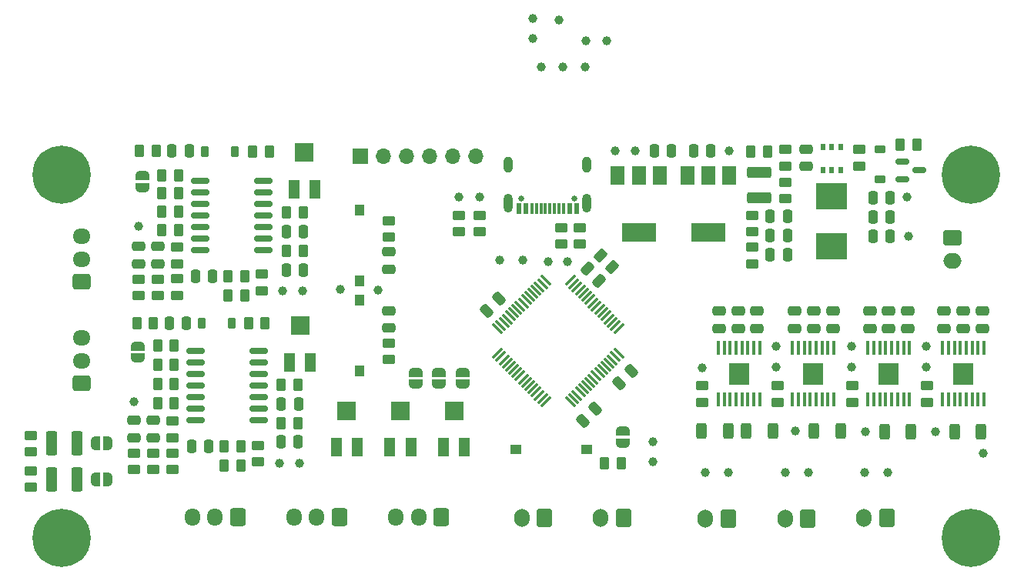
<source format=gbr>
%TF.GenerationSoftware,KiCad,Pcbnew,7.0.7*%
%TF.CreationDate,2024-03-16T18:53:27+01:00*%
%TF.ProjectId,OpenHand,4f70656e-4861-46e6-942e-6b696361645f,rev?*%
%TF.SameCoordinates,Original*%
%TF.FileFunction,Soldermask,Top*%
%TF.FilePolarity,Negative*%
%FSLAX46Y46*%
G04 Gerber Fmt 4.6, Leading zero omitted, Abs format (unit mm)*
G04 Created by KiCad (PCBNEW 7.0.7) date 2024-03-16 18:53:27*
%MOMM*%
%LPD*%
G01*
G04 APERTURE LIST*
G04 Aperture macros list*
%AMRoundRect*
0 Rectangle with rounded corners*
0 $1 Rounding radius*
0 $2 $3 $4 $5 $6 $7 $8 $9 X,Y pos of 4 corners*
0 Add a 4 corners polygon primitive as box body*
4,1,4,$2,$3,$4,$5,$6,$7,$8,$9,$2,$3,0*
0 Add four circle primitives for the rounded corners*
1,1,$1+$1,$2,$3*
1,1,$1+$1,$4,$5*
1,1,$1+$1,$6,$7*
1,1,$1+$1,$8,$9*
0 Add four rect primitives between the rounded corners*
20,1,$1+$1,$2,$3,$4,$5,0*
20,1,$1+$1,$4,$5,$6,$7,0*
20,1,$1+$1,$6,$7,$8,$9,0*
20,1,$1+$1,$8,$9,$2,$3,0*%
%AMFreePoly0*
4,1,19,0.500000,-0.750000,0.000000,-0.750000,0.000000,-0.744911,-0.071157,-0.744911,-0.207708,-0.704816,-0.327430,-0.627875,-0.420627,-0.520320,-0.479746,-0.390866,-0.500000,-0.250000,-0.500000,0.250000,-0.479746,0.390866,-0.420627,0.520320,-0.327430,0.627875,-0.207708,0.704816,-0.071157,0.744911,0.000000,0.744911,0.000000,0.750000,0.500000,0.750000,0.500000,-0.750000,0.500000,-0.750000,
$1*%
%AMFreePoly1*
4,1,19,0.000000,0.744911,0.071157,0.744911,0.207708,0.704816,0.327430,0.627875,0.420627,0.520320,0.479746,0.390866,0.500000,0.250000,0.500000,-0.250000,0.479746,-0.390866,0.420627,-0.520320,0.327430,-0.627875,0.207708,-0.704816,0.071157,-0.744911,0.000000,-0.744911,0.000000,-0.750000,-0.500000,-0.750000,-0.500000,0.750000,0.000000,0.750000,0.000000,0.744911,0.000000,0.744911,
$1*%
G04 Aperture macros list end*
%ADD10RoundRect,0.250000X0.450000X-0.262500X0.450000X0.262500X-0.450000X0.262500X-0.450000X-0.262500X0*%
%ADD11RoundRect,0.250000X-0.262500X-0.450000X0.262500X-0.450000X0.262500X0.450000X-0.262500X0.450000X0*%
%ADD12RoundRect,0.250000X0.600000X0.750000X-0.600000X0.750000X-0.600000X-0.750000X0.600000X-0.750000X0*%
%ADD13O,1.700000X2.000000*%
%ADD14RoundRect,0.250000X0.312500X0.625000X-0.312500X0.625000X-0.312500X-0.625000X0.312500X-0.625000X0*%
%ADD15C,0.800000*%
%ADD16C,6.400000*%
%ADD17C,1.000000*%
%ADD18R,1.500000X2.000000*%
%ADD19R,3.800000X2.000000*%
%ADD20RoundRect,0.250000X0.262500X0.450000X-0.262500X0.450000X-0.262500X-0.450000X0.262500X-0.450000X0*%
%ADD21RoundRect,0.225000X0.375000X-0.225000X0.375000X0.225000X-0.375000X0.225000X-0.375000X-0.225000X0*%
%ADD22RoundRect,0.250000X0.725000X-0.600000X0.725000X0.600000X-0.725000X0.600000X-0.725000X-0.600000X0*%
%ADD23O,1.950000X1.700000*%
%ADD24RoundRect,0.250000X0.600000X0.725000X-0.600000X0.725000X-0.600000X-0.725000X0.600000X-0.725000X0*%
%ADD25O,1.700000X1.950000*%
%ADD26FreePoly0,270.000000*%
%ADD27FreePoly1,270.000000*%
%ADD28RoundRect,0.250000X0.250000X0.475000X-0.250000X0.475000X-0.250000X-0.475000X0.250000X-0.475000X0*%
%ADD29RoundRect,0.250000X0.475000X-0.250000X0.475000X0.250000X-0.475000X0.250000X-0.475000X-0.250000X0*%
%ADD30RoundRect,0.250000X-0.450000X0.262500X-0.450000X-0.262500X0.450000X-0.262500X0.450000X0.262500X0*%
%ADD31R,0.549999X0.800001*%
%ADD32C,0.650000*%
%ADD33R,0.600000X1.240000*%
%ADD34R,0.300000X1.240000*%
%ADD35O,1.000000X2.100000*%
%ADD36O,1.000000X1.800000*%
%ADD37RoundRect,0.250000X-0.250000X-0.475000X0.250000X-0.475000X0.250000X0.475000X-0.250000X0.475000X0*%
%ADD38R,1.000000X1.250000*%
%ADD39RoundRect,0.250000X-0.475000X0.250000X-0.475000X-0.250000X0.475000X-0.250000X0.475000X0.250000X0*%
%ADD40RoundRect,0.225000X-0.225000X-0.375000X0.225000X-0.375000X0.225000X0.375000X-0.225000X0.375000X0*%
%ADD41R,2.310000X2.460000*%
%ADD42RoundRect,0.100000X0.100000X-0.687500X0.100000X0.687500X-0.100000X0.687500X-0.100000X-0.687500X0*%
%ADD43R,1.300000X2.000000*%
%ADD44R,2.000000X2.000000*%
%ADD45FreePoly0,0.000000*%
%ADD46FreePoly1,0.000000*%
%ADD47RoundRect,0.250000X-0.503814X-0.132583X-0.132583X-0.503814X0.503814X0.132583X0.132583X0.503814X0*%
%ADD48RoundRect,0.250000X-0.750000X0.600000X-0.750000X-0.600000X0.750000X-0.600000X0.750000X0.600000X0*%
%ADD49O,2.000000X1.700000*%
%ADD50FreePoly0,90.000000*%
%ADD51FreePoly1,90.000000*%
%ADD52R,3.500000X2.950000*%
%ADD53RoundRect,0.250000X-0.375000X-1.075000X0.375000X-1.075000X0.375000X1.075000X-0.375000X1.075000X0*%
%ADD54RoundRect,0.150000X-0.587500X-0.150000X0.587500X-0.150000X0.587500X0.150000X-0.587500X0.150000X0*%
%ADD55RoundRect,0.250000X-0.159099X0.512652X-0.512652X0.159099X0.159099X-0.512652X0.512652X-0.159099X0*%
%ADD56RoundRect,0.250000X-0.312500X-0.625000X0.312500X-0.625000X0.312500X0.625000X-0.312500X0.625000X0*%
%ADD57RoundRect,0.250000X-1.075000X0.375000X-1.075000X-0.375000X1.075000X-0.375000X1.075000X0.375000X0*%
%ADD58RoundRect,0.250000X0.159099X-0.512652X0.512652X-0.159099X-0.159099X0.512652X-0.512652X0.159099X0*%
%ADD59RoundRect,0.150000X-0.837500X-0.150000X0.837500X-0.150000X0.837500X0.150000X-0.837500X0.150000X0*%
%ADD60R,1.250000X1.000000*%
%ADD61RoundRect,0.250000X-0.512652X-0.159099X-0.159099X-0.512652X0.512652X0.159099X0.159099X0.512652X0*%
%ADD62RoundRect,0.075000X-0.441942X-0.548008X0.548008X0.441942X0.441942X0.548008X-0.548008X-0.441942X0*%
%ADD63RoundRect,0.075000X0.441942X-0.548008X0.548008X-0.441942X-0.441942X0.548008X-0.548008X0.441942X0*%
%ADD64R,1.700000X1.700000*%
%ADD65O,1.700000X1.700000*%
G04 APERTURE END LIST*
D10*
%TO.C,R21*%
X184650000Y-104062500D03*
X184650000Y-102237500D03*
%TD*%
D11*
%TO.C,R29*%
X123337500Y-118290000D03*
X125162500Y-118290000D03*
%TD*%
D12*
%TO.C,J2*%
X187100000Y-142850000D03*
D13*
X184600000Y-142850000D03*
%TD*%
D10*
%TO.C,R56*%
X200200000Y-130075000D03*
X200200000Y-128250000D03*
%TD*%
D14*
%TO.C,R59*%
X206162500Y-133312500D03*
X203237500Y-133312500D03*
%TD*%
D15*
%TO.C,H4*%
X202600000Y-145000000D03*
X203302944Y-143302944D03*
X203302944Y-146697056D03*
X205000000Y-142600000D03*
D16*
X205000000Y-145000000D03*
D15*
X205000000Y-147400000D03*
X206697056Y-143302944D03*
X206697056Y-146697056D03*
X207400000Y-145000000D03*
%TD*%
D17*
%TO.C,TP45*%
X175500000Y-126262500D03*
%TD*%
D11*
%TO.C,R31*%
X122912500Y-137040000D03*
X124737500Y-137040000D03*
%TD*%
D17*
%TO.C,TP27*%
X131237500Y-136785000D03*
%TD*%
D18*
%TO.C,U4*%
X178450000Y-105100000D03*
X176150000Y-105100000D03*
D19*
X176150000Y-111400000D03*
D18*
X173850000Y-105100000D03*
%TD*%
D20*
%TO.C,R35*%
X117425000Y-123840000D03*
X115600000Y-123840000D03*
%TD*%
D21*
%TO.C,D3*%
X195050000Y-105487500D03*
X195050000Y-102187500D03*
%TD*%
D17*
%TO.C,TP6*%
X170075000Y-136575000D03*
%TD*%
%TO.C,TP33*%
X191900000Y-126162500D03*
%TD*%
D22*
%TO.C,J12*%
X107282500Y-128000000D03*
D23*
X107282500Y-125500000D03*
X107282500Y-123000000D03*
%TD*%
D24*
%TO.C,J9*%
X135600000Y-142700000D03*
D25*
X133100000Y-142700000D03*
X130600000Y-142700000D03*
%TD*%
D26*
%TO.C,JP16*%
X113412500Y-123865000D03*
D27*
X113412500Y-125165000D03*
%TD*%
D28*
%TO.C,C12*%
X184850000Y-109627500D03*
X182950000Y-109627500D03*
%TD*%
D17*
%TO.C,TP3*%
X158525000Y-114625000D03*
%TD*%
D29*
%TO.C,C33*%
X196000000Y-121912500D03*
X196000000Y-120012500D03*
%TD*%
D17*
%TO.C,TP17*%
X148750000Y-107500000D03*
%TD*%
D30*
%TO.C,R23*%
X117750000Y-112977500D03*
X117750000Y-114802500D03*
%TD*%
D31*
%TO.C,U2*%
X188800000Y-104512501D03*
X189750001Y-104512501D03*
X190699999Y-104512501D03*
X190699999Y-101962501D03*
X189750001Y-101962501D03*
X188800000Y-101962501D03*
%TD*%
D17*
%TO.C,TP48*%
X183600000Y-126162500D03*
%TD*%
D28*
%TO.C,C26*%
X119087500Y-102427500D03*
X117187500Y-102427500D03*
%TD*%
D32*
%TO.C,J5*%
X161390000Y-107605000D03*
X155610000Y-107605000D03*
D33*
X161700000Y-108725000D03*
X160900000Y-108725000D03*
D34*
X159750000Y-108725000D03*
X158750000Y-108725000D03*
X158250000Y-108725000D03*
X157250000Y-108725000D03*
D33*
X156100000Y-108725000D03*
X155300000Y-108725000D03*
X155300000Y-108725000D03*
X156100000Y-108725000D03*
D34*
X156750000Y-108725000D03*
X157750000Y-108725000D03*
X159250000Y-108725000D03*
X160250000Y-108725000D03*
D33*
X160900000Y-108725000D03*
X161700000Y-108725000D03*
D35*
X162820000Y-108125000D03*
D36*
X162820000Y-103925000D03*
D35*
X154180000Y-108125000D03*
D36*
X154180000Y-103925000D03*
%TD*%
D22*
%TO.C,J8*%
X107282500Y-116800000D03*
D23*
X107282500Y-114300000D03*
X107282500Y-111800000D03*
%TD*%
D28*
%TO.C,C23*%
X131062500Y-134440000D03*
X129162500Y-134440000D03*
%TD*%
D29*
%TO.C,C39*%
X179425000Y-121912500D03*
X179425000Y-120012500D03*
%TD*%
D37*
%TO.C,C7*%
X194250000Y-109647500D03*
X196150000Y-109647500D03*
%TD*%
D10*
%TO.C,R53*%
X192000000Y-130075000D03*
X192000000Y-128250000D03*
%TD*%
D28*
%TO.C,C13*%
X184850000Y-113827500D03*
X182950000Y-113827500D03*
%TD*%
D20*
%TO.C,R32*%
X117912500Y-105090000D03*
X116087500Y-105090000D03*
%TD*%
D17*
%TO.C,TP22*%
X168150000Y-102400000D03*
%TD*%
%TO.C,TP2*%
X160650000Y-114625000D03*
%TD*%
D15*
%TO.C,H1*%
X102600000Y-105000000D03*
X103302944Y-103302944D03*
X103302944Y-106697056D03*
X105000000Y-102600000D03*
D16*
X105000000Y-105000000D03*
D15*
X105000000Y-107400000D03*
X106697056Y-103302944D03*
X106697056Y-106697056D03*
X107400000Y-105000000D03*
%TD*%
D17*
%TO.C,TP26*%
X131550000Y-117790000D03*
%TD*%
D28*
%TO.C,C16*%
X121650000Y-116190000D03*
X119750000Y-116190000D03*
%TD*%
D38*
%TO.C,SW1*%
X137800000Y-118825000D03*
X137800000Y-126575000D03*
%TD*%
D17*
%TO.C,TP31*%
X191900000Y-123862500D03*
%TD*%
D39*
%TO.C,C28*%
X185675000Y-120012500D03*
X185675000Y-121912500D03*
%TD*%
D20*
%TO.C,R48*%
X115450000Y-102427500D03*
X113625000Y-102427500D03*
%TD*%
%TO.C,R27*%
X117425000Y-128040000D03*
X115600000Y-128040000D03*
%TD*%
D17*
%TO.C,TP12*%
X162600000Y-93150000D03*
%TD*%
D11*
%TO.C,R24*%
X115587500Y-130140000D03*
X117412500Y-130140000D03*
%TD*%
D17*
%TO.C,TP40*%
X175850000Y-137750000D03*
%TD*%
D40*
%TO.C,D6*%
X120462500Y-121365000D03*
X123762500Y-121365000D03*
%TD*%
D11*
%TO.C,R50*%
X129212500Y-132340000D03*
X131037500Y-132340000D03*
%TD*%
D30*
%TO.C,R39*%
X115112500Y-135640000D03*
X115112500Y-137465000D03*
%TD*%
%TO.C,R9*%
X101650000Y-133687500D03*
X101650000Y-135512500D03*
%TD*%
D41*
%TO.C,U9*%
X204200000Y-126912500D03*
D42*
X201925000Y-129775000D03*
X202575000Y-129775000D03*
X203225000Y-129775000D03*
X203875000Y-129775000D03*
X204525000Y-129775000D03*
X205175000Y-129775000D03*
X205825000Y-129775000D03*
X206475000Y-129775000D03*
X206475000Y-124050000D03*
X205825000Y-124050000D03*
X205175000Y-124050000D03*
X204525000Y-124050000D03*
X203875000Y-124050000D03*
X203225000Y-124050000D03*
X202575000Y-124050000D03*
X201925000Y-124050000D03*
%TD*%
D17*
%TO.C,TP28*%
X129350000Y-117790000D03*
%TD*%
D43*
%TO.C,RV4*%
X132900000Y-106590000D03*
D44*
X131750000Y-102590000D03*
D43*
X130600000Y-106590000D03*
%TD*%
D14*
%TO.C,R60*%
X183262500Y-133212500D03*
X180337500Y-133212500D03*
%TD*%
D20*
%TO.C,R26*%
X117900000Y-109090000D03*
X116075000Y-109090000D03*
%TD*%
D28*
%TO.C,C22*%
X131637500Y-115490000D03*
X129737500Y-115490000D03*
%TD*%
D30*
%TO.C,R6*%
X148750000Y-109500000D03*
X148750000Y-111325000D03*
%TD*%
D17*
%TO.C,TP13*%
X155725000Y-114425000D03*
%TD*%
%TO.C,TP30*%
X183600000Y-123862500D03*
%TD*%
%TO.C,TP34*%
X193400000Y-133312500D03*
%TD*%
D29*
%TO.C,C30*%
X189875000Y-121912500D03*
X189875000Y-120012500D03*
%TD*%
D41*
%TO.C,U7*%
X187700000Y-126912500D03*
D42*
X185425000Y-129775000D03*
X186075000Y-129775000D03*
X186725000Y-129775000D03*
X187375000Y-129775000D03*
X188025000Y-129775000D03*
X188675000Y-129775000D03*
X189325000Y-129775000D03*
X189975000Y-129775000D03*
X189975000Y-124050000D03*
X189325000Y-124050000D03*
X188675000Y-124050000D03*
X188025000Y-124050000D03*
X187375000Y-124050000D03*
X186725000Y-124050000D03*
X186075000Y-124050000D03*
X185425000Y-124050000D03*
%TD*%
D12*
%TO.C,J1*%
X178350000Y-142850000D03*
D13*
X175850000Y-142850000D03*
%TD*%
D17*
%TO.C,TP44*%
X200100000Y-123862500D03*
%TD*%
%TO.C,TP25*%
X113037500Y-129985000D03*
%TD*%
D45*
%TO.C,JP2*%
X108800000Y-134600000D03*
D46*
X110100000Y-134600000D03*
%TD*%
D17*
%TO.C,TP1*%
X135700000Y-117650000D03*
%TD*%
%TO.C,TP8*%
X170075000Y-134425000D03*
%TD*%
D39*
%TO.C,C2*%
X141050000Y-113525000D03*
X141050000Y-115425000D03*
%TD*%
D17*
%TO.C,TP19*%
X198150000Y-111750000D03*
%TD*%
D47*
%TO.C,R4*%
X164329765Y-113879765D03*
X165620235Y-115170235D03*
%TD*%
D11*
%TO.C,R22*%
X116087500Y-111090000D03*
X117912500Y-111090000D03*
%TD*%
D28*
%TO.C,C11*%
X184850000Y-111737500D03*
X182950000Y-111737500D03*
%TD*%
D17*
%TO.C,TP15*%
X164975000Y-90300000D03*
%TD*%
D30*
%TO.C,R46*%
X127050000Y-115965000D03*
X127050000Y-117790000D03*
%TD*%
D11*
%TO.C,R45*%
X129212500Y-128140000D03*
X131037500Y-128140000D03*
%TD*%
D43*
%TO.C,RV2*%
X143450000Y-135000000D03*
D44*
X142300000Y-131000000D03*
D43*
X141150000Y-135000000D03*
%TD*%
D26*
%TO.C,JP15*%
X113950000Y-105127500D03*
D27*
X113950000Y-106427500D03*
%TD*%
D28*
%TO.C,C25*%
X131112500Y-130240000D03*
X129212500Y-130240000D03*
%TD*%
D37*
%TO.C,C8*%
X194250000Y-111757500D03*
X196150000Y-111757500D03*
%TD*%
D28*
%TO.C,C27*%
X118762500Y-121365000D03*
X116862500Y-121365000D03*
%TD*%
D39*
%TO.C,C35*%
X177325000Y-120012500D03*
X177325000Y-121912500D03*
%TD*%
%TO.C,C29*%
X193900000Y-120012500D03*
X193900000Y-121912500D03*
%TD*%
D48*
%TO.C,J3*%
X202967500Y-112000000D03*
D49*
X202967500Y-114500000D03*
%TD*%
D45*
%TO.C,JP4*%
X108800000Y-138512500D03*
D46*
X110100000Y-138512500D03*
%TD*%
D40*
%TO.C,D5*%
X120750000Y-102490000D03*
X124050000Y-102490000D03*
%TD*%
D14*
%TO.C,R54*%
X190712500Y-133225000D03*
X187787500Y-133225000D03*
%TD*%
D50*
%TO.C,JP1*%
X149150000Y-128050000D03*
D51*
X149150000Y-126750000D03*
%TD*%
D17*
%TO.C,TP11*%
X160200000Y-93150000D03*
%TD*%
D29*
%TO.C,C38*%
X204200000Y-121912500D03*
X204200000Y-120012500D03*
%TD*%
D17*
%TO.C,TP10*%
X157800000Y-93150000D03*
%TD*%
D37*
%TO.C,C9*%
X194250000Y-107537500D03*
X196150000Y-107537500D03*
%TD*%
D28*
%TO.C,C17*%
X121212500Y-134940000D03*
X119312500Y-134940000D03*
%TD*%
D30*
%TO.C,R36*%
X113012500Y-135640000D03*
X113012500Y-137465000D03*
%TD*%
D10*
%TO.C,R18*%
X184650000Y-107662500D03*
X184650000Y-105837500D03*
%TD*%
D17*
%TO.C,TP29*%
X129037500Y-136785000D03*
%TD*%
D29*
%TO.C,C19*%
X115650000Y-114802500D03*
X115650000Y-112902500D03*
%TD*%
D17*
%TO.C,TP32*%
X185700000Y-133212500D03*
%TD*%
D24*
%TO.C,J13*%
X146800000Y-142700000D03*
D25*
X144300000Y-142700000D03*
X141800000Y-142700000D03*
%TD*%
D39*
%TO.C,C18*%
X113550000Y-112902500D03*
X113550000Y-114802500D03*
%TD*%
D17*
%TO.C,TP14*%
X153175000Y-114425000D03*
%TD*%
D38*
%TO.C,SW2*%
X137800000Y-116700000D03*
X137800000Y-108950000D03*
%TD*%
D11*
%TO.C,R42*%
X125600000Y-121365000D03*
X127425000Y-121365000D03*
%TD*%
D41*
%TO.C,U10*%
X179525000Y-126912500D03*
D42*
X177250000Y-129775000D03*
X177900000Y-129775000D03*
X178550000Y-129775000D03*
X179200000Y-129775000D03*
X179850000Y-129775000D03*
X180500000Y-129775000D03*
X181150000Y-129775000D03*
X181800000Y-129775000D03*
X181800000Y-124050000D03*
X181150000Y-124050000D03*
X180500000Y-124050000D03*
X179850000Y-124050000D03*
X179200000Y-124050000D03*
X178550000Y-124050000D03*
X177900000Y-124050000D03*
X177250000Y-124050000D03*
%TD*%
D10*
%TO.C,R57*%
X175525000Y-130075000D03*
X175525000Y-128250000D03*
%TD*%
D29*
%TO.C,C21*%
X115112500Y-133940000D03*
X115112500Y-132040000D03*
%TD*%
%TO.C,C32*%
X187775000Y-121912500D03*
X187775000Y-120012500D03*
%TD*%
D20*
%TO.C,R19*%
X199075000Y-101750000D03*
X197250000Y-101750000D03*
%TD*%
D11*
%TO.C,R49*%
X129762500Y-113390000D03*
X131587500Y-113390000D03*
%TD*%
D10*
%TO.C,R1*%
X141050000Y-125362500D03*
X141050000Y-123537500D03*
%TD*%
D20*
%TO.C,R8*%
X166562500Y-136800000D03*
X164737500Y-136800000D03*
%TD*%
D28*
%TO.C,C15*%
X176450000Y-102400000D03*
X174550000Y-102400000D03*
%TD*%
D10*
%TO.C,R52*%
X183775000Y-130075000D03*
X183775000Y-128250000D03*
%TD*%
D52*
%TO.C,L1*%
X189750000Y-107412500D03*
X189750000Y-112862500D03*
%TD*%
D53*
%TO.C,D2*%
X103950000Y-138512500D03*
X106750000Y-138512500D03*
%TD*%
D17*
%TO.C,TP47*%
X206350000Y-135637500D03*
%TD*%
%TO.C,TP18*%
X159750000Y-87975000D03*
%TD*%
D54*
%TO.C,Q1*%
X197500000Y-103600000D03*
X197500000Y-105500000D03*
X199375000Y-104550000D03*
%TD*%
D17*
%TO.C,TP9*%
X156875000Y-90012500D03*
%TD*%
%TO.C,TP4*%
X139850000Y-117700000D03*
%TD*%
D20*
%TO.C,R40*%
X125162500Y-116190000D03*
X123337500Y-116190000D03*
%TD*%
D29*
%TO.C,C36*%
X206300000Y-121912500D03*
X206300000Y-120012500D03*
%TD*%
D30*
%TO.C,R38*%
X115650000Y-116502500D03*
X115650000Y-118327500D03*
%TD*%
D17*
%TO.C,TP41*%
X184650000Y-137750000D03*
%TD*%
D55*
%TO.C,C4*%
X167671751Y-126578249D03*
X166328249Y-127921751D03*
%TD*%
D30*
%TO.C,R3*%
X160000000Y-110837500D03*
X160000000Y-112662500D03*
%TD*%
D18*
%TO.C,U3*%
X170800000Y-105100000D03*
X168500000Y-105100000D03*
D19*
X168500000Y-111400000D03*
D18*
X166200000Y-105100000D03*
%TD*%
D20*
%TO.C,R51*%
X115125000Y-121365000D03*
X113300000Y-121365000D03*
%TD*%
D17*
%TO.C,TP46*%
X201162500Y-133300000D03*
%TD*%
D30*
%TO.C,R2*%
X162025000Y-110850000D03*
X162025000Y-112675000D03*
%TD*%
D24*
%TO.C,J4*%
X124400000Y-142700000D03*
D25*
X121900000Y-142700000D03*
X119400000Y-142700000D03*
%TD*%
D50*
%TO.C,JP6*%
X143950000Y-128050000D03*
D51*
X143950000Y-126750000D03*
%TD*%
D15*
%TO.C,H3*%
X102600000Y-145000000D03*
X103302944Y-143302944D03*
X103302944Y-146697056D03*
X105000000Y-142600000D03*
D16*
X105000000Y-145000000D03*
D15*
X105000000Y-147400000D03*
X106697056Y-143302944D03*
X106697056Y-146697056D03*
X107400000Y-145000000D03*
%TD*%
D12*
%TO.C,J11*%
X166850000Y-142817500D03*
D13*
X164350000Y-142817500D03*
%TD*%
D37*
%TO.C,C14*%
X170200000Y-102400000D03*
X172100000Y-102400000D03*
%TD*%
D39*
%TO.C,C20*%
X113012500Y-132040000D03*
X113012500Y-133940000D03*
%TD*%
D53*
%TO.C,D1*%
X103950000Y-134600000D03*
X106750000Y-134600000D03*
%TD*%
D17*
%TO.C,TP7*%
X162675000Y-90300000D03*
%TD*%
D12*
%TO.C,J6*%
X195800000Y-142817500D03*
D13*
X193300000Y-142817500D03*
%TD*%
D43*
%TO.C,RV5*%
X132412500Y-125640000D03*
D44*
X131262500Y-121640000D03*
D43*
X130112500Y-125640000D03*
%TD*%
D50*
%TO.C,JP3*%
X166750000Y-134550000D03*
D51*
X166750000Y-133250000D03*
%TD*%
D56*
%TO.C,R58*%
X175437500Y-133212500D03*
X178362500Y-133212500D03*
%TD*%
D29*
%TO.C,C31*%
X198100000Y-121912500D03*
X198100000Y-120012500D03*
%TD*%
D12*
%TO.C,J7*%
X158150000Y-142817500D03*
D13*
X155650000Y-142817500D03*
%TD*%
D17*
%TO.C,TP35*%
X200100000Y-126162500D03*
%TD*%
D30*
%TO.C,R33*%
X113550000Y-116502500D03*
X113550000Y-118327500D03*
%TD*%
D20*
%TO.C,R28*%
X117900000Y-107090000D03*
X116075000Y-107090000D03*
%TD*%
%TO.C,R30*%
X117425000Y-125940000D03*
X115600000Y-125940000D03*
%TD*%
D28*
%TO.C,C24*%
X131637500Y-111290000D03*
X129737500Y-111290000D03*
%TD*%
D17*
%TO.C,TP42*%
X178350000Y-137750000D03*
%TD*%
D57*
%TO.C,D4*%
X181750000Y-104750000D03*
X181750000Y-107550000D03*
%TD*%
D29*
%TO.C,C10*%
X186899999Y-104087501D03*
X186899999Y-102187501D03*
%TD*%
D17*
%TO.C,TP16*%
X151000000Y-107500000D03*
%TD*%
D58*
%TO.C,C6*%
X151750000Y-120000000D03*
X153093502Y-118656498D03*
%TD*%
D11*
%TO.C,R44*%
X129762500Y-109190000D03*
X131587500Y-109190000D03*
%TD*%
D20*
%TO.C,R41*%
X124737500Y-134940000D03*
X122912500Y-134940000D03*
%TD*%
D14*
%TO.C,R55*%
X198437500Y-133325000D03*
X195512500Y-133325000D03*
%TD*%
D10*
%TO.C,R34*%
X117750000Y-118315000D03*
X117750000Y-116490000D03*
%TD*%
D59*
%TO.C,U5*%
X120287500Y-105690000D03*
X120287500Y-106960000D03*
X120287500Y-108230000D03*
X120287500Y-109500000D03*
X120287500Y-110770000D03*
X120287500Y-112040000D03*
X120287500Y-113310000D03*
X127212500Y-113310000D03*
X127212500Y-112040000D03*
X127212500Y-110770000D03*
X127212500Y-109500000D03*
X127212500Y-108230000D03*
X127212500Y-106960000D03*
X127212500Y-105690000D03*
%TD*%
D30*
%TO.C,R47*%
X126612500Y-134815000D03*
X126612500Y-136640000D03*
%TD*%
D60*
%TO.C,SW3*%
X162775000Y-135250000D03*
X155025000Y-135250000D03*
%TD*%
D11*
%TO.C,R43*%
X126037500Y-102490000D03*
X127862500Y-102490000D03*
%TD*%
D17*
%TO.C,TP24*%
X113550000Y-110727500D03*
%TD*%
D43*
%TO.C,RV1*%
X149350000Y-135000000D03*
D44*
X148200000Y-131000000D03*
D43*
X147050000Y-135000000D03*
%TD*%
D17*
%TO.C,TP20*%
X198000000Y-107500000D03*
%TD*%
D11*
%TO.C,R20*%
X180837500Y-102450000D03*
X182662500Y-102450000D03*
%TD*%
D15*
%TO.C,H2*%
X202600000Y-105000000D03*
X203302944Y-103302944D03*
X203302944Y-106697056D03*
X205000000Y-102600000D03*
D16*
X205000000Y-105000000D03*
D15*
X205000000Y-107400000D03*
X206697056Y-103302944D03*
X206697056Y-106697056D03*
X207400000Y-105000000D03*
%TD*%
D30*
%TO.C,R17*%
X192750000Y-102225000D03*
X192750000Y-104050000D03*
%TD*%
D61*
%TO.C,C5*%
X162828249Y-115328249D03*
X164171751Y-116671751D03*
%TD*%
D39*
%TO.C,C34*%
X202100000Y-120012500D03*
X202100000Y-121912500D03*
%TD*%
D30*
%TO.C,R25*%
X117212500Y-132115000D03*
X117212500Y-133940000D03*
%TD*%
D10*
%TO.C,R37*%
X117212500Y-137465000D03*
X117212500Y-135640000D03*
%TD*%
D30*
%TO.C,R7*%
X151000000Y-109500000D03*
X151000000Y-111325000D03*
%TD*%
D17*
%TO.C,TP53*%
X193350000Y-137750000D03*
%TD*%
D30*
%TO.C,R5*%
X141050000Y-110062500D03*
X141050000Y-111887500D03*
%TD*%
D43*
%TO.C,RV3*%
X137550000Y-135000000D03*
D44*
X136400000Y-131000000D03*
D43*
X135250000Y-135000000D03*
%TD*%
D17*
%TO.C,TP21*%
X165900000Y-102400000D03*
%TD*%
D59*
%TO.C,U6*%
X119787500Y-124440000D03*
X119787500Y-125710000D03*
X119787500Y-126980000D03*
X119787500Y-128250000D03*
X119787500Y-129520000D03*
X119787500Y-130790000D03*
X119787500Y-132060000D03*
X126712500Y-132060000D03*
X126712500Y-130790000D03*
X126712500Y-129520000D03*
X126712500Y-128250000D03*
X126712500Y-126980000D03*
X126712500Y-125710000D03*
X126712500Y-124440000D03*
%TD*%
D30*
%TO.C,R12*%
X181000000Y-109500000D03*
X181000000Y-111325000D03*
%TD*%
D50*
%TO.C,JP5*%
X146550000Y-128050000D03*
D51*
X146550000Y-126750000D03*
%TD*%
D17*
%TO.C,TP54*%
X195850000Y-137750000D03*
%TD*%
D62*
%TO.C,U1*%
X152978144Y-124679468D03*
X153331697Y-125033021D03*
X153685250Y-125386574D03*
X154038804Y-125740128D03*
X154392357Y-126093681D03*
X154745911Y-126447235D03*
X155099464Y-126800788D03*
X155453017Y-127154341D03*
X155806571Y-127507895D03*
X156160124Y-127861448D03*
X156513677Y-128215001D03*
X156867231Y-128568555D03*
X157220784Y-128922108D03*
X157574338Y-129275662D03*
X157927891Y-129629215D03*
X158281444Y-129982768D03*
D63*
X161003806Y-129982768D03*
X161357359Y-129629215D03*
X161710912Y-129275662D03*
X162064466Y-128922108D03*
X162418019Y-128568555D03*
X162771573Y-128215001D03*
X163125126Y-127861448D03*
X163478679Y-127507895D03*
X163832233Y-127154341D03*
X164185786Y-126800788D03*
X164539339Y-126447235D03*
X164892893Y-126093681D03*
X165246446Y-125740128D03*
X165600000Y-125386574D03*
X165953553Y-125033021D03*
X166307106Y-124679468D03*
D62*
X166307106Y-121957106D03*
X165953553Y-121603553D03*
X165600000Y-121250000D03*
X165246446Y-120896446D03*
X164892893Y-120542893D03*
X164539339Y-120189339D03*
X164185786Y-119835786D03*
X163832233Y-119482233D03*
X163478679Y-119128679D03*
X163125126Y-118775126D03*
X162771573Y-118421573D03*
X162418019Y-118068019D03*
X162064466Y-117714466D03*
X161710912Y-117360912D03*
X161357359Y-117007359D03*
X161003806Y-116653806D03*
D63*
X158281444Y-116653806D03*
X157927891Y-117007359D03*
X157574338Y-117360912D03*
X157220784Y-117714466D03*
X156867231Y-118068019D03*
X156513677Y-118421573D03*
X156160124Y-118775126D03*
X155806571Y-119128679D03*
X155453017Y-119482233D03*
X155099464Y-119835786D03*
X154745911Y-120189339D03*
X154392357Y-120542893D03*
X154038804Y-120896446D03*
X153685250Y-121250000D03*
X153331697Y-121603553D03*
X152978144Y-121957106D03*
%TD*%
D17*
%TO.C,TP23*%
X178450000Y-102400000D03*
%TD*%
%TO.C,TP5*%
X156875000Y-87825000D03*
%TD*%
D64*
%TO.C,J10*%
X137899804Y-102950249D03*
D65*
X140439804Y-102950249D03*
X142979804Y-102950249D03*
X145519804Y-102950249D03*
X148059804Y-102950249D03*
X150599804Y-102950249D03*
%TD*%
D41*
%TO.C,U8*%
X196000000Y-126912500D03*
D42*
X193725000Y-129775000D03*
X194375000Y-129775000D03*
X195025000Y-129775000D03*
X195675000Y-129775000D03*
X196325000Y-129775000D03*
X196975000Y-129775000D03*
X197625000Y-129775000D03*
X198275000Y-129775000D03*
X198275000Y-124050000D03*
X197625000Y-124050000D03*
X196975000Y-124050000D03*
X196325000Y-124050000D03*
X195675000Y-124050000D03*
X195025000Y-124050000D03*
X194375000Y-124050000D03*
X193725000Y-124050000D03*
%TD*%
D29*
%TO.C,C37*%
X181525000Y-121912500D03*
X181525000Y-120012500D03*
%TD*%
D55*
%TO.C,C3*%
X163725000Y-130775000D03*
X162381498Y-132118502D03*
%TD*%
D10*
%TO.C,R10*%
X101650000Y-139425000D03*
X101650000Y-137600000D03*
%TD*%
D17*
%TO.C,TP43*%
X187150000Y-137750000D03*
%TD*%
D29*
%TO.C,C1*%
X141050000Y-121900000D03*
X141050000Y-120000000D03*
%TD*%
D30*
%TO.C,R11*%
X181000000Y-113000000D03*
X181000000Y-114825000D03*
%TD*%
M02*

</source>
